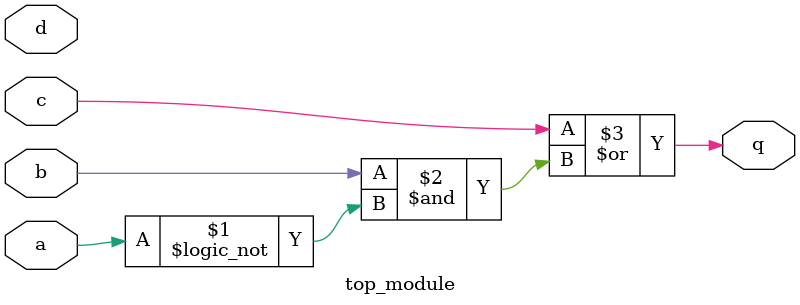
<source format=sv>
module top_module (
	input a, 
	input b, 
	input c, 
	input d,
	output q
);

assign q = c | (b & !a);

endmodule

</source>
